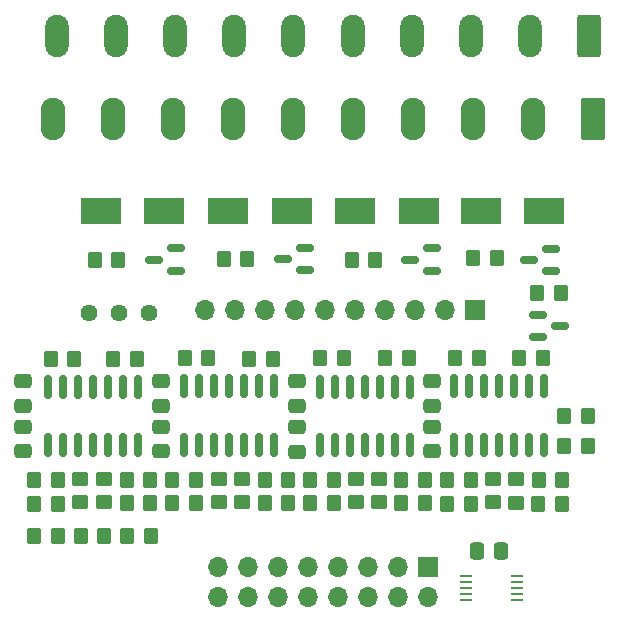
<source format=gbr>
%TF.GenerationSoftware,KiCad,Pcbnew,6.0.11+dfsg-1~bpo11+1*%
%TF.CreationDate,2023-04-06T13:05:29+02:00*%
%TF.ProjectId,ain-4_11,61696e2d-345f-4313-912e-6b696361645f,1.1*%
%TF.SameCoordinates,Original*%
%TF.FileFunction,Soldermask,Top*%
%TF.FilePolarity,Negative*%
%FSLAX46Y46*%
G04 Gerber Fmt 4.6, Leading zero omitted, Abs format (unit mm)*
G04 Created by KiCad (PCBNEW 6.0.11+dfsg-1~bpo11+1) date 2023-04-06 13:05:29*
%MOMM*%
%LPD*%
G01*
G04 APERTURE LIST*
G04 Aperture macros list*
%AMRoundRect*
0 Rectangle with rounded corners*
0 $1 Rounding radius*
0 $2 $3 $4 $5 $6 $7 $8 $9 X,Y pos of 4 corners*
0 Add a 4 corners polygon primitive as box body*
4,1,4,$2,$3,$4,$5,$6,$7,$8,$9,$2,$3,0*
0 Add four circle primitives for the rounded corners*
1,1,$1+$1,$2,$3*
1,1,$1+$1,$4,$5*
1,1,$1+$1,$6,$7*
1,1,$1+$1,$8,$9*
0 Add four rect primitives between the rounded corners*
20,1,$1+$1,$2,$3,$4,$5,0*
20,1,$1+$1,$4,$5,$6,$7,0*
20,1,$1+$1,$6,$7,$8,$9,0*
20,1,$1+$1,$8,$9,$2,$3,0*%
G04 Aperture macros list end*
%ADD10RoundRect,0.250000X-0.350000X-0.450000X0.350000X-0.450000X0.350000X0.450000X-0.350000X0.450000X0*%
%ADD11RoundRect,0.150000X0.587500X0.150000X-0.587500X0.150000X-0.587500X-0.150000X0.587500X-0.150000X0*%
%ADD12RoundRect,0.250000X0.475000X-0.337500X0.475000X0.337500X-0.475000X0.337500X-0.475000X-0.337500X0*%
%ADD13RoundRect,0.250000X0.350000X0.450000X-0.350000X0.450000X-0.350000X-0.450000X0.350000X-0.450000X0*%
%ADD14RoundRect,0.250000X-0.450000X0.350000X-0.450000X-0.350000X0.450000X-0.350000X0.450000X0.350000X0*%
%ADD15R,1.700000X1.700000*%
%ADD16O,1.700000X1.700000*%
%ADD17R,3.500000X2.300000*%
%ADD18C,1.440000*%
%ADD19RoundRect,0.150000X-0.150000X0.825000X-0.150000X-0.825000X0.150000X-0.825000X0.150000X0.825000X0*%
%ADD20RoundRect,0.250000X0.750000X1.550000X-0.750000X1.550000X-0.750000X-1.550000X0.750000X-1.550000X0*%
%ADD21O,2.000000X3.600000*%
%ADD22RoundRect,0.249999X0.790001X1.550001X-0.790001X1.550001X-0.790001X-1.550001X0.790001X-1.550001X0*%
%ADD23O,2.080000X3.600000*%
%ADD24RoundRect,0.150000X-0.587500X-0.150000X0.587500X-0.150000X0.587500X0.150000X-0.587500X0.150000X0*%
%ADD25R,1.100000X0.250000*%
%ADD26RoundRect,0.250000X-0.337500X-0.475000X0.337500X-0.475000X0.337500X0.475000X-0.337500X0.475000X0*%
G04 APERTURE END LIST*
D10*
%TO.C,R22*%
X138380000Y-107820000D03*
X140380000Y-107820000D03*
%TD*%
%TO.C,R17*%
X130550000Y-109870000D03*
X132550000Y-109870000D03*
%TD*%
D11*
%TO.C,D4*%
X153467500Y-90090000D03*
X153467500Y-88190000D03*
X151592500Y-89140000D03*
%TD*%
D12*
%TO.C,C6*%
X152770000Y-105435000D03*
X152770000Y-103360000D03*
%TD*%
D10*
%TO.C,R1*%
X135670000Y-89190000D03*
X137670000Y-89190000D03*
%TD*%
%TO.C,R44*%
X165510000Y-109840000D03*
X167510000Y-109840000D03*
%TD*%
D12*
%TO.C,C4*%
X141300000Y-105430000D03*
X141300000Y-103355000D03*
%TD*%
D10*
%TO.C,R6*%
X146580000Y-89120000D03*
X148580000Y-89120000D03*
%TD*%
D11*
%TO.C,D2*%
X142557500Y-90140000D03*
X142557500Y-88240000D03*
X140682500Y-89190000D03*
%TD*%
D13*
%TO.C,R16*%
X140380000Y-109810000D03*
X138380000Y-109810000D03*
%TD*%
%TO.C,R10*%
X175150000Y-92000000D03*
X173150000Y-92000000D03*
%TD*%
%TO.C,R5*%
X145280000Y-97540000D03*
X143280000Y-97540000D03*
%TD*%
D10*
%TO.C,R29*%
X160250000Y-97550000D03*
X162250000Y-97550000D03*
%TD*%
D13*
%TO.C,R12*%
X136500000Y-112550000D03*
X134500000Y-112550000D03*
%TD*%
D14*
%TO.C,R49*%
X159750000Y-107730000D03*
X159750000Y-109730000D03*
%TD*%
D15*
%TO.C,J1*%
X167840000Y-93450000D03*
D16*
X165300000Y-93450000D03*
X162760000Y-93450000D03*
X160220000Y-93450000D03*
X157680000Y-93450000D03*
X155140000Y-93450000D03*
X152600000Y-93450000D03*
X150060000Y-93450000D03*
X147520000Y-93450000D03*
X144980000Y-93450000D03*
%TD*%
D10*
%TO.C,R19*%
X142230000Y-109810000D03*
X144230000Y-109810000D03*
%TD*%
D12*
%TO.C,C3*%
X141280000Y-101545000D03*
X141280000Y-99470000D03*
%TD*%
D10*
%TO.C,R24*%
X167700000Y-89080000D03*
X169700000Y-89080000D03*
%TD*%
D13*
%TO.C,R46*%
X167500000Y-107820000D03*
X165500000Y-107820000D03*
%TD*%
%TO.C,R31*%
X156760000Y-97550000D03*
X154760000Y-97550000D03*
%TD*%
D17*
%TO.C,D7*%
X173750000Y-85080000D03*
X168350000Y-85080000D03*
%TD*%
D12*
%TO.C,C7*%
X164230000Y-101565000D03*
X164230000Y-99490000D03*
%TD*%
D13*
%TO.C,R45*%
X155900000Y-107830000D03*
X153900000Y-107830000D03*
%TD*%
D14*
%TO.C,R50*%
X157780000Y-107730000D03*
X157780000Y-109730000D03*
%TD*%
D15*
%TO.C,J2*%
X163865000Y-115225000D03*
D16*
X163865000Y-117765000D03*
X161325000Y-115225000D03*
X161325000Y-117765000D03*
X158785000Y-115225000D03*
X158785000Y-117765000D03*
X156245000Y-115225000D03*
X156245000Y-117765000D03*
X153705000Y-115225000D03*
X153705000Y-117765000D03*
X151165000Y-115225000D03*
X151165000Y-117765000D03*
X148625000Y-115225000D03*
X148625000Y-117765000D03*
X146085000Y-115225000D03*
X146085000Y-117765000D03*
%TD*%
D10*
%TO.C,R42*%
X153920000Y-109810000D03*
X155920000Y-109810000D03*
%TD*%
%TO.C,R9*%
X138400000Y-112550000D03*
X140400000Y-112550000D03*
%TD*%
D12*
%TO.C,C1*%
X129640000Y-101570000D03*
X129640000Y-99495000D03*
%TD*%
D18*
%TO.C,RV4*%
X140230000Y-93700000D03*
X137690000Y-93700000D03*
X135150000Y-93700000D03*
%TD*%
D10*
%TO.C,R30*%
X171600000Y-97540000D03*
X173600000Y-97540000D03*
%TD*%
D13*
%TO.C,R20*%
X132540000Y-107810000D03*
X130540000Y-107810000D03*
%TD*%
D10*
%TO.C,R43*%
X173240000Y-109860000D03*
X175240000Y-109860000D03*
%TD*%
D19*
%TO.C,U1*%
X139380000Y-99935000D03*
X138110000Y-99935000D03*
X136840000Y-99935000D03*
X135570000Y-99935000D03*
X134300000Y-99935000D03*
X133030000Y-99935000D03*
X131760000Y-99935000D03*
X131760000Y-104885000D03*
X133030000Y-104885000D03*
X134300000Y-104885000D03*
X135570000Y-104885000D03*
X136840000Y-104885000D03*
X138110000Y-104885000D03*
X139380000Y-104885000D03*
%TD*%
D20*
%TO.C,J3*%
X177500000Y-70277500D03*
D21*
X172500000Y-70277500D03*
X167500000Y-70277500D03*
X162500000Y-70277500D03*
X157500000Y-70277500D03*
X152500000Y-70277500D03*
X147500000Y-70277500D03*
X142500000Y-70277500D03*
X137500000Y-70277500D03*
X132500000Y-70277500D03*
%TD*%
D13*
%TO.C,R14*%
X132550000Y-112550000D03*
X130550000Y-112550000D03*
%TD*%
D17*
%TO.C,D1*%
X141570000Y-85060000D03*
X136170000Y-85060000D03*
%TD*%
D12*
%TO.C,C8*%
X164250000Y-105430000D03*
X164250000Y-103355000D03*
%TD*%
D19*
%TO.C,U6*%
X173720000Y-99925000D03*
X172450000Y-99925000D03*
X171180000Y-99925000D03*
X169910000Y-99925000D03*
X168640000Y-99925000D03*
X167370000Y-99925000D03*
X166100000Y-99925000D03*
X166100000Y-104875000D03*
X167370000Y-104875000D03*
X168640000Y-104875000D03*
X169910000Y-104875000D03*
X171180000Y-104875000D03*
X172450000Y-104875000D03*
X173720000Y-104875000D03*
%TD*%
D10*
%TO.C,R48*%
X173260000Y-107880000D03*
X175260000Y-107880000D03*
%TD*%
%TO.C,R3*%
X148740000Y-97560000D03*
X150740000Y-97560000D03*
%TD*%
D13*
%TO.C,R32*%
X168170000Y-97550000D03*
X166170000Y-97550000D03*
%TD*%
D17*
%TO.C,D5*%
X163100000Y-85050000D03*
X157700000Y-85050000D03*
%TD*%
D14*
%TO.C,R51*%
X171370000Y-107760000D03*
X171370000Y-109760000D03*
%TD*%
D19*
%TO.C,U2*%
X150840000Y-99895000D03*
X149570000Y-99895000D03*
X148300000Y-99895000D03*
X147030000Y-99895000D03*
X145760000Y-99895000D03*
X144490000Y-99895000D03*
X143220000Y-99895000D03*
X143220000Y-104845000D03*
X144490000Y-104845000D03*
X145760000Y-104845000D03*
X147030000Y-104845000D03*
X148300000Y-104845000D03*
X149570000Y-104845000D03*
X150840000Y-104845000D03*
%TD*%
D14*
%TO.C,R27*%
X148170000Y-107720000D03*
X148170000Y-109720000D03*
%TD*%
D13*
%TO.C,R4*%
X133940000Y-97560000D03*
X131940000Y-97560000D03*
%TD*%
D22*
%TO.C,J4*%
X177860000Y-77277500D03*
D23*
X172780000Y-77277500D03*
X167700000Y-77277500D03*
X162620000Y-77277500D03*
X157540000Y-77277500D03*
X152460000Y-77277500D03*
X147380000Y-77277500D03*
X142300000Y-77277500D03*
X137220000Y-77277500D03*
X132140000Y-77277500D03*
%TD*%
D13*
%TO.C,R41*%
X163630000Y-109820000D03*
X161630000Y-109820000D03*
%TD*%
%TO.C,R18*%
X152060000Y-109800000D03*
X150060000Y-109800000D03*
%TD*%
D10*
%TO.C,R2*%
X137240000Y-97580000D03*
X139240000Y-97580000D03*
%TD*%
D14*
%TO.C,R28*%
X146180000Y-107720000D03*
X146180000Y-109720000D03*
%TD*%
D24*
%TO.C,U4*%
X173225000Y-93850000D03*
X173225000Y-95750000D03*
X175100000Y-94800000D03*
%TD*%
D11*
%TO.C,D6*%
X164255000Y-90130000D03*
X164255000Y-88230000D03*
X162380000Y-89180000D03*
%TD*%
D14*
%TO.C,R25*%
X136470000Y-107720000D03*
X136470000Y-109720000D03*
%TD*%
D13*
%TO.C,R21*%
X144230000Y-107810000D03*
X142230000Y-107810000D03*
%TD*%
D10*
%TO.C,R47*%
X161630000Y-107840000D03*
X163630000Y-107840000D03*
%TD*%
D25*
%TO.C,U9*%
X167090000Y-115990000D03*
X167090000Y-116490000D03*
X167090000Y-116990000D03*
X167090000Y-117490000D03*
X167090000Y-117990000D03*
X171390000Y-117990000D03*
X171390000Y-117490000D03*
X171390000Y-116990000D03*
X171390000Y-116490000D03*
X171390000Y-115990000D03*
%TD*%
D17*
%TO.C,D3*%
X152400000Y-85050000D03*
X147000000Y-85050000D03*
%TD*%
D11*
%TO.C,D8*%
X174337500Y-90150000D03*
X174337500Y-88250000D03*
X172462500Y-89200000D03*
%TD*%
D26*
%TO.C,C9*%
X168005000Y-113870000D03*
X170080000Y-113870000D03*
%TD*%
D14*
%TO.C,R52*%
X169370000Y-107750000D03*
X169370000Y-109750000D03*
%TD*%
D19*
%TO.C,U5*%
X162330000Y-99975000D03*
X161060000Y-99975000D03*
X159790000Y-99975000D03*
X158520000Y-99975000D03*
X157250000Y-99975000D03*
X155980000Y-99975000D03*
X154710000Y-99975000D03*
X154710000Y-104925000D03*
X155980000Y-104925000D03*
X157250000Y-104925000D03*
X158520000Y-104925000D03*
X159790000Y-104925000D03*
X161060000Y-104925000D03*
X162330000Y-104925000D03*
%TD*%
D10*
%TO.C,R23*%
X150050000Y-107830000D03*
X152050000Y-107830000D03*
%TD*%
D12*
%TO.C,C5*%
X152780000Y-101550000D03*
X152780000Y-99475000D03*
%TD*%
D14*
%TO.C,R26*%
X134460000Y-107720000D03*
X134460000Y-109720000D03*
%TD*%
D10*
%TO.C,R15*%
X157440000Y-89200000D03*
X159440000Y-89200000D03*
%TD*%
D12*
%TO.C,C2*%
X129630000Y-105395000D03*
X129630000Y-103320000D03*
%TD*%
D13*
%TO.C,R54*%
X177410000Y-102470000D03*
X175410000Y-102470000D03*
%TD*%
%TO.C,R53*%
X177410000Y-104960000D03*
X175410000Y-104960000D03*
%TD*%
M02*

</source>
